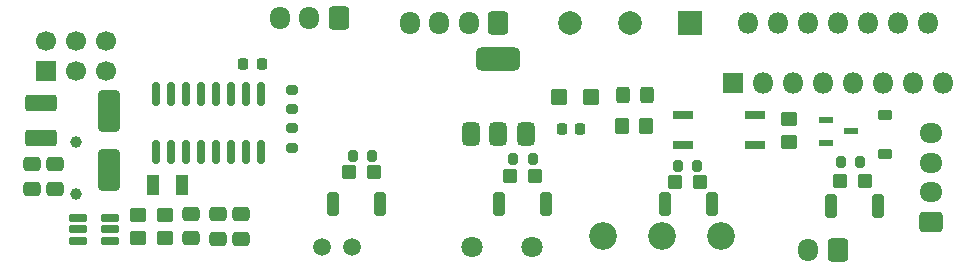
<source format=gbr>
%TF.GenerationSoftware,KiCad,Pcbnew,9.0.1*%
%TF.CreationDate,2025-06-18T23:24:53+09:00*%
%TF.ProjectId,NanoV3.3,4e616e6f-5633-42e3-932e-6b696361645f,rev?*%
%TF.SameCoordinates,Original*%
%TF.FileFunction,Soldermask,Bot*%
%TF.FilePolarity,Negative*%
%FSLAX46Y46*%
G04 Gerber Fmt 4.6, Leading zero omitted, Abs format (unit mm)*
G04 Created by KiCad (PCBNEW 9.0.1) date 2025-06-18 23:24:53*
%MOMM*%
%LPD*%
G01*
G04 APERTURE LIST*
G04 Aperture macros list*
%AMRoundRect*
0 Rectangle with rounded corners*
0 $1 Rounding radius*
0 $2 $3 $4 $5 $6 $7 $8 $9 X,Y pos of 4 corners*
0 Add a 4 corners polygon primitive as box body*
4,1,4,$2,$3,$4,$5,$6,$7,$8,$9,$2,$3,0*
0 Add four circle primitives for the rounded corners*
1,1,$1+$1,$2,$3*
1,1,$1+$1,$4,$5*
1,1,$1+$1,$6,$7*
1,1,$1+$1,$8,$9*
0 Add four rect primitives between the rounded corners*
20,1,$1+$1,$2,$3,$4,$5,0*
20,1,$1+$1,$4,$5,$6,$7,0*
20,1,$1+$1,$6,$7,$8,$9,0*
20,1,$1+$1,$8,$9,$2,$3,0*%
G04 Aperture macros list end*
%ADD10R,1.700000X1.700000*%
%ADD11C,1.700000*%
%ADD12R,2.000000X2.000000*%
%ADD13C,2.000000*%
%ADD14RoundRect,0.250000X0.600000X0.725000X-0.600000X0.725000X-0.600000X-0.725000X0.600000X-0.725000X0*%
%ADD15O,1.700000X1.950000*%
%ADD16RoundRect,0.250000X0.725000X-0.600000X0.725000X0.600000X-0.725000X0.600000X-0.725000X-0.600000X0*%
%ADD17O,1.950000X1.700000*%
%ADD18C,1.500000*%
%ADD19C,1.800000*%
%ADD20C,1.000000*%
%ADD21R,1.800000X1.800000*%
%ADD22O,1.800000X1.800000*%
%ADD23C,2.340000*%
%ADD24RoundRect,0.250000X-0.450000X0.350000X-0.450000X-0.350000X0.450000X-0.350000X0.450000X0.350000X0*%
%ADD25RoundRect,0.180000X0.420000X0.420000X-0.420000X0.420000X-0.420000X-0.420000X0.420000X-0.420000X0*%
%ADD26RoundRect,0.200000X0.200000X0.275000X-0.200000X0.275000X-0.200000X-0.275000X0.200000X-0.275000X0*%
%ADD27RoundRect,0.250000X-0.475000X0.337500X-0.475000X-0.337500X0.475000X-0.337500X0.475000X0.337500X0*%
%ADD28RoundRect,0.225000X0.225000X0.250000X-0.225000X0.250000X-0.225000X-0.250000X0.225000X-0.250000X0*%
%ADD29RoundRect,0.200000X0.275000X-0.200000X0.275000X0.200000X-0.275000X0.200000X-0.275000X-0.200000X0*%
%ADD30R,1.250000X0.600000*%
%ADD31R,1.750000X0.650000*%
%ADD32RoundRect,0.152400X0.355600X0.838200X-0.355600X0.838200X-0.355600X-0.838200X0.355600X-0.838200X0*%
%ADD33RoundRect,0.225000X-0.225000X-0.250000X0.225000X-0.250000X0.225000X0.250000X-0.225000X0.250000X0*%
%ADD34RoundRect,0.250000X0.457500X0.445000X-0.457500X0.445000X-0.457500X-0.445000X0.457500X-0.445000X0*%
%ADD35RoundRect,0.250000X-0.325000X-0.450000X0.325000X-0.450000X0.325000X0.450000X-0.325000X0.450000X0*%
%ADD36RoundRect,0.150000X0.150000X-0.825000X0.150000X0.825000X-0.150000X0.825000X-0.150000X-0.825000X0*%
%ADD37RoundRect,0.225000X-0.375000X0.225000X-0.375000X-0.225000X0.375000X-0.225000X0.375000X0.225000X0*%
%ADD38RoundRect,0.250000X0.350000X0.450000X-0.350000X0.450000X-0.350000X-0.450000X0.350000X-0.450000X0*%
%ADD39RoundRect,0.375000X0.375000X-0.625000X0.375000X0.625000X-0.375000X0.625000X-0.375000X-0.625000X0*%
%ADD40RoundRect,0.500000X1.400000X-0.500000X1.400000X0.500000X-1.400000X0.500000X-1.400000X-0.500000X0*%
%ADD41R,1.000000X1.800000*%
%ADD42RoundRect,0.250001X1.074999X-0.462499X1.074999X0.462499X-1.074999X0.462499X-1.074999X-0.462499X0*%
%ADD43RoundRect,0.250000X0.650000X-1.500000X0.650000X1.500000X-0.650000X1.500000X-0.650000X-1.500000X0*%
%ADD44RoundRect,0.162500X0.617500X0.162500X-0.617500X0.162500X-0.617500X-0.162500X0.617500X-0.162500X0*%
%ADD45RoundRect,0.250000X0.450000X-0.350000X0.450000X0.350000X-0.450000X0.350000X-0.450000X-0.350000X0*%
G04 APERTURE END LIST*
D10*
%TO.C,J2*%
X88170000Y-114060000D03*
D11*
X88170000Y-111520000D03*
X90710000Y-114060000D03*
X90710000Y-111520000D03*
X93250000Y-114060000D03*
X93250000Y-111520000D03*
%TD*%
D12*
%TO.C,SW6*%
X142750000Y-110000000D03*
D13*
X137670000Y-110000000D03*
X132590000Y-110000000D03*
%TD*%
D14*
%TO.C,CN12*%
X113000000Y-109600000D03*
D15*
X110500000Y-109600000D03*
X108000000Y-109600000D03*
%TD*%
D14*
%TO.C,J8*%
X155250000Y-129250000D03*
D15*
X152750000Y-129250000D03*
%TD*%
D16*
%TO.C,J3*%
X163160000Y-126870000D03*
D17*
X163160000Y-124370000D03*
X163160000Y-121870000D03*
X163160000Y-119370000D03*
%TD*%
D18*
%TO.C,K6*%
X111610000Y-128950000D03*
X114150000Y-128950000D03*
D19*
X124310000Y-128950000D03*
X129390000Y-128950000D03*
%TD*%
D14*
%TO.C,J5*%
X126500000Y-110000000D03*
D15*
X124000000Y-110000000D03*
X121500000Y-110000000D03*
X119000000Y-110000000D03*
%TD*%
D20*
%TO.C,J1*%
X90715000Y-120070000D03*
X90715000Y-124470000D03*
%TD*%
D21*
%TO.C,U2*%
X146340000Y-115080000D03*
D22*
X147610000Y-110000000D03*
X148880000Y-115080000D03*
X150150000Y-110000000D03*
X151420000Y-115080000D03*
X152690000Y-110000000D03*
X153960000Y-115080000D03*
X155230000Y-110000000D03*
X156500000Y-115080000D03*
X157770000Y-110000000D03*
X159040000Y-115080000D03*
X160310000Y-110000000D03*
X161580000Y-115080000D03*
X162850000Y-110000000D03*
X164120000Y-115080000D03*
%TD*%
D23*
%TO.C,RV1*%
X135330000Y-128080000D03*
X140330000Y-128080000D03*
X145330000Y-128080000D03*
%TD*%
D24*
%TO.C,R3*%
X98250000Y-126250000D03*
X98250000Y-128250000D03*
%TD*%
D25*
%TO.C,L5*%
X157550000Y-123400000D03*
X155450000Y-123400000D03*
%TD*%
D26*
%TO.C,R12*%
X143325000Y-122100000D03*
X141675000Y-122100000D03*
%TD*%
D27*
%TO.C,C11*%
X89000000Y-121962500D03*
X89000000Y-124037500D03*
%TD*%
D25*
%TO.C,L4*%
X143550000Y-123500000D03*
X141450000Y-123500000D03*
%TD*%
D27*
%TO.C,C8*%
X102750000Y-126212500D03*
X102750000Y-128287500D03*
%TD*%
%TO.C,C10*%
X87000000Y-121962500D03*
X87000000Y-124037500D03*
%TD*%
D28*
%TO.C,C2*%
X133447500Y-118980000D03*
X131897500Y-118980000D03*
%TD*%
D29*
%TO.C,R2*%
X109000000Y-117325000D03*
X109000000Y-115675000D03*
%TD*%
D30*
%TO.C,Q9*%
X154250000Y-120160000D03*
X154250000Y-118250000D03*
X156350000Y-119205000D03*
%TD*%
D31*
%TO.C,U7*%
X142105000Y-120370000D03*
X142105000Y-117830000D03*
X148255000Y-117830000D03*
X148255000Y-120370000D03*
%TD*%
D32*
%TO.C,SW3*%
X130526917Y-125340000D03*
X126526417Y-125340000D03*
%TD*%
D33*
%TO.C,C5*%
X104900000Y-113525000D03*
X106450000Y-113525000D03*
%TD*%
D34*
%TO.C,C1*%
X134352500Y-116250000D03*
X131647500Y-116250000D03*
%TD*%
D26*
%TO.C,R11*%
X129400000Y-121500000D03*
X127750000Y-121500000D03*
%TD*%
D35*
%TO.C,D22*%
X137047500Y-116090000D03*
X139097500Y-116090000D03*
%TD*%
D27*
%TO.C,C9*%
X104750000Y-126212500D03*
X104750000Y-128287500D03*
%TD*%
D36*
%TO.C,U5*%
X106445000Y-120975000D03*
X105175000Y-120975000D03*
X103905000Y-120975000D03*
X102635000Y-120975000D03*
X101365000Y-120975000D03*
X100095000Y-120975000D03*
X98825000Y-120975000D03*
X97555000Y-120975000D03*
X97555000Y-116025000D03*
X98825000Y-116025000D03*
X100095000Y-116025000D03*
X101365000Y-116025000D03*
X102635000Y-116025000D03*
X103905000Y-116025000D03*
X105175000Y-116025000D03*
X106445000Y-116025000D03*
%TD*%
D24*
%TO.C,R36*%
X151120000Y-118120000D03*
X151120000Y-120120000D03*
%TD*%
D37*
%TO.C,D21*%
X159250000Y-117850000D03*
X159250000Y-121150000D03*
%TD*%
D38*
%TO.C,R35*%
X139000000Y-118750000D03*
X137000000Y-118750000D03*
%TD*%
D25*
%TO.C,L3*%
X129580000Y-123000000D03*
X127480000Y-123000000D03*
%TD*%
D27*
%TO.C,C12*%
X100500000Y-126175000D03*
X100500000Y-128250000D03*
%TD*%
D32*
%TO.C,SW2*%
X116460250Y-125340000D03*
X112459750Y-125340000D03*
%TD*%
D26*
%TO.C,R10*%
X115825000Y-121250000D03*
X114175000Y-121250000D03*
%TD*%
D32*
%TO.C,SW4*%
X144593583Y-125340000D03*
X140593083Y-125340000D03*
%TD*%
D39*
%TO.C,U1*%
X128800000Y-119400000D03*
X126500000Y-119400000D03*
X124200000Y-119400000D03*
D40*
X126500000Y-113100000D03*
%TD*%
D29*
%TO.C,R9*%
X109000000Y-120575000D03*
X109000000Y-118925000D03*
%TD*%
D32*
%TO.C,SW5*%
X158660250Y-125500000D03*
X154659750Y-125500000D03*
%TD*%
D41*
%TO.C,Y2*%
X97250000Y-123750000D03*
X99750000Y-123750000D03*
%TD*%
D42*
%TO.C,L1*%
X87750000Y-119737500D03*
X87750000Y-116762500D03*
%TD*%
D26*
%TO.C,R13*%
X157125000Y-121800000D03*
X155475000Y-121800000D03*
%TD*%
D43*
%TO.C,D10*%
X93500000Y-122500000D03*
X93500000Y-117500000D03*
%TD*%
D25*
%TO.C,L2*%
X115990000Y-122670000D03*
X113890000Y-122670000D03*
%TD*%
D44*
%TO.C,U3*%
X93600000Y-126550000D03*
X93600000Y-127500000D03*
X93600000Y-128450000D03*
X90900000Y-128450000D03*
X90900000Y-127500000D03*
X90900000Y-126550000D03*
%TD*%
D45*
%TO.C,R4*%
X96000000Y-128250000D03*
X96000000Y-126250000D03*
%TD*%
M02*

</source>
